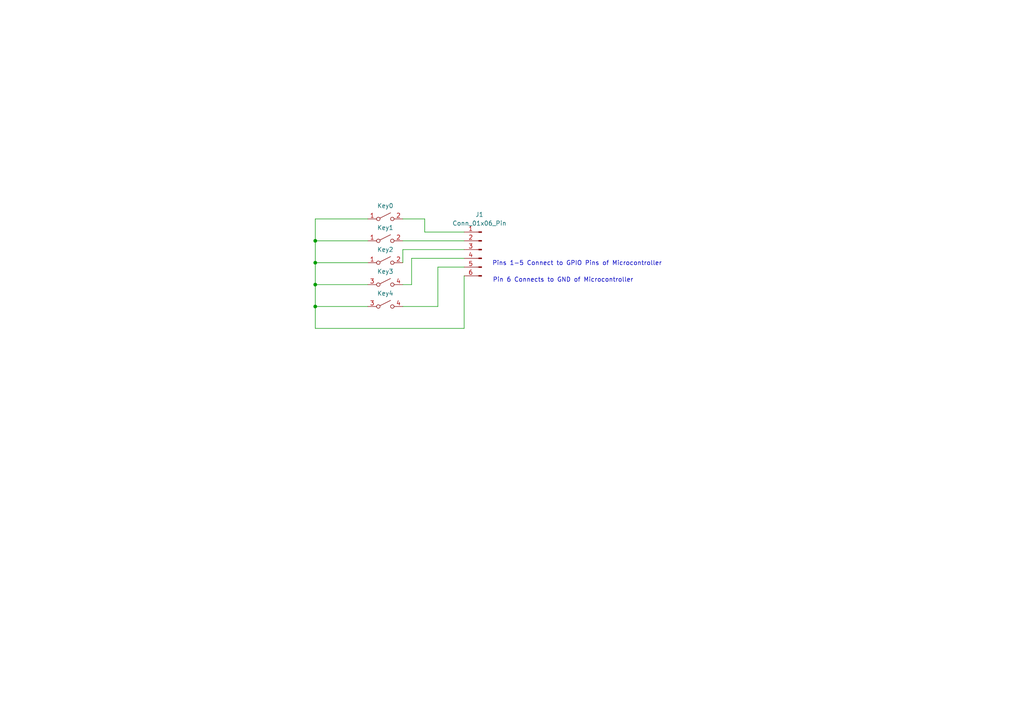
<source format=kicad_sch>
(kicad_sch (version 20231120) (generator "eeschema") (generator_version "8.0")
  (paper "A4")
  (lib_symbols
    (symbol "Connector:Conn_01x06_Pin" (pin_names (offset 1.016) hide)
      (property "Reference" "J" (at 0 7.62 0))
      (property "Value" "Conn_01x06_Pin" (at 0 -10.16 0))
      (symbol "Conn_01x06_Pin_1_1"
        (polyline (pts (xy 1.27 -7.62) (xy 0.8636 -7.62)) (stroke (width 0.1524)))
        (polyline (pts (xy 1.27 -5.08) (xy 0.8636 -5.08)) (stroke (width 0.1524)))
        (polyline (pts (xy 1.27 -2.54) (xy 0.8636 -2.54)) (stroke (width 0.1524)))
        (polyline (pts (xy 1.27 0) (xy 0.8636 0)) (stroke (width 0.1524)))
        (polyline (pts (xy 1.27 2.54) (xy 0.8636 2.54)) (stroke (width 0.1524)))
        (polyline (pts (xy 1.27 5.08) (xy 0.8636 5.08)) (stroke (width 0.1524)))
        (rectangle (start 0.8636 -7.493) (end 0 -7.747) (stroke (width 0.1524)) (fill (type outline)))
        (rectangle (start 0.8636 -4.953) (end 0 -5.207) (stroke (width 0.1524)) (fill (type outline)))
        (rectangle (start 0.8636 -2.413) (end 0 -2.667) (stroke (width 0.1524)) (fill (type outline)))
        (rectangle (start 0.8636 0.127) (end 0 -0.127) (stroke (width 0.1524)) (fill (type outline)))
        (rectangle (start 0.8636 2.667) (end 0 2.413) (stroke (width 0.1524)) (fill (type outline)))
        (rectangle (start 0.8636 5.207) (end 0 4.953) (stroke (width 0.1524)) (fill (type outline)))
        (pin passive line (at 5.08 5.08 180) (length 3.81) (name "Pin_1") (number "1"))
        (pin passive line (at 5.08 2.54 180) (length 3.81) (name "Pin_2") (number "2"))
        (pin passive line (at 5.08 0 180) (length 3.81) (name "Pin_3") (number "3"))
        (pin passive line (at 5.08 -2.54 180) (length 3.81) (name "Pin_4") (number "4"))
        (pin passive line (at 5.08 -5.08 180) (length 3.81) (name "Pin_5") (number "5"))
        (pin passive line (at 5.08 -7.62 180) (length 3.81) (name "Pin_6") (number "6"))
      )
    )
    (symbol "Switch:SW_DPST_x2" (pin_names (offset 0) hide)
      (property "Reference" "SW" (at 0 3.175 0))
      (property "Value" "SW_DPST_x2" (at 0 -2.54 0))
      (symbol "SW_DPST_x2_0_0"
        (circle (center -2.032 0) (radius 0.508))
        (polyline (pts (xy -1.524 0.254) (xy 1.524 1.778)))
        (circle (center 2.032 0) (radius 0.508))
      )
      (symbol "SW_DPST_x2_1_1"
        (pin passive line (at -5.08 0 0) (length 2.54) (name "A") (number "1"))
        (pin passive line (at 5.08 0 180) (length 2.54) (name "B") (number "2"))
      )
      (symbol "SW_DPST_x2_2_1"
        (pin passive line (at -5.08 0 0) (length 2.54) (name "A") (number "3"))
        (pin passive line (at 5.08 0 180) (length 2.54) (name "B") (number "4"))
      )
    )
  )
  (junction (at 91.44 88.9))
  (junction (at 91.44 82.55))
  (junction (at 91.44 69.85))
  (junction (at 91.44 76.2))
  (wire (pts (xy 91.44 76.2) (xy 91.44 82.55)))
  (wire (pts (xy 106.68 76.2) (xy 91.44 76.2)))
  (wire (pts (xy 134.62 74.93) (xy 119.38 74.93)))
  (wire (pts (xy 116.84 72.39) (xy 116.84 76.2)))
  (wire (pts (xy 123.19 63.5) (xy 123.19 67.31)))
  (wire (pts (xy 91.44 69.85) (xy 91.44 76.2)))
  (wire (pts (xy 119.38 82.55) (xy 116.84 82.55)))
  (wire (pts (xy 134.62 95.25) (xy 91.44 95.25)))
  (wire (pts (xy 127 88.9) (xy 116.84 88.9)))
  (wire (pts (xy 106.68 69.85) (xy 91.44 69.85)))
  (wire (pts (xy 91.44 88.9) (xy 106.68 88.9)))
  (wire (pts (xy 91.44 82.55) (xy 91.44 88.9)))
  (wire (pts (xy 123.19 67.31) (xy 134.62 67.31)))
  (wire (pts (xy 134.62 72.39) (xy 116.84 72.39)))
  (wire (pts (xy 91.44 82.55) (xy 106.68 82.55)))
  (wire (pts (xy 134.62 77.47) (xy 127 77.47)))
  (wire (pts (xy 116.84 63.5) (xy 123.19 63.5)))
  (wire (pts (xy 119.38 74.93) (xy 119.38 82.55)))
  (wire (pts (xy 116.84 69.85) (xy 134.62 69.85)))
  (wire (pts (xy 127 77.47) (xy 127 88.9)))
  (wire (pts (xy 134.62 80.01) (xy 134.62 95.25)))
  (wire (pts (xy 106.68 63.5) (xy 91.44 63.5)))
  (wire (pts (xy 91.44 63.5) (xy 91.44 69.85)))
  (wire (pts (xy 91.44 95.25) (xy 91.44 88.9)))
  (text "Pins 1-5 Connect to GPIO Pins of Microcontroller\n" (at 167.386 76.454 0) (effects (font (size 1.27 1.27))))
  (text "Pin 6 Connects to GND of Microcontroller\n" (at 163.322 81.28 0) (effects (font (size 1.27 1.27))))
  (symbol (lib_id "Switch:SW_DPST_x2") (at 111.76 69.85 0) (unit 1)
    (property "Reference" "SW4" (effects (hide yes)))
    (property "Value" "Key1" (at 111.76 66.04 0))
    (property "Description" "Single Pole Single Throw (SPST) switch, separate symbol" (effects (hide yes)))
  )
  (symbol (lib_id "Connector:Conn_01x06_Pin") (at 139.7 72.39 0) (mirror y) (unit 1)
    (property "Reference" "J1" (at 139.065 62.23 0))
    (property "Value" "Conn_01x06_Pin" (at 139.065 64.77 0))
    (property "Description" "Generic connector, single row, 01x06, script generated" (effects (hide yes)))
  )
  (symbol (lib_id "Switch:SW_DPST_x2") (at 111.76 88.9 0) (unit 2)
    (property "Reference" "SW5" (effects (hide yes)))
    (property "Value" "Key4" (at 111.76 85.09 0))
    (property "Description" "Single Pole Single Throw (SPST) switch, separate symbol" (effects (hide yes)))
  )
  (symbol (lib_id "Switch:SW_DPST_x2") (at 111.76 76.2 0) (unit 1)
    (property "Reference" "SW2" (effects (hide yes)))
    (property "Value" "Key2" (at 111.76 72.39 0))
    (property "Description" "Single Pole Single Throw (SPST) switch, separate symbol" (effects (hide yes)))
  )
  (symbol (lib_id "Switch:SW_DPST_x2") (at 111.76 63.5 0) (unit 1)
    (property "Reference" "SW3" (effects (hide yes)))
    (property "Value" "Key0" (at 111.76 59.69 0))
    (property "Description" "Single Pole Single Throw (SPST) switch, separate symbol" (effects (hide yes)))
  )
  (symbol (lib_id "Switch:SW_DPST_x2") (at 111.76 82.55 0) (unit 2)
    (property "Reference" "SW1" (effects (hide yes)))
    (property "Value" "Key3" (at 111.76 78.74 0))
    (property "Description" "Single Pole Single Throw (SPST) switch, separate symbol" (effects (hide yes)))
  )
)
</source>
